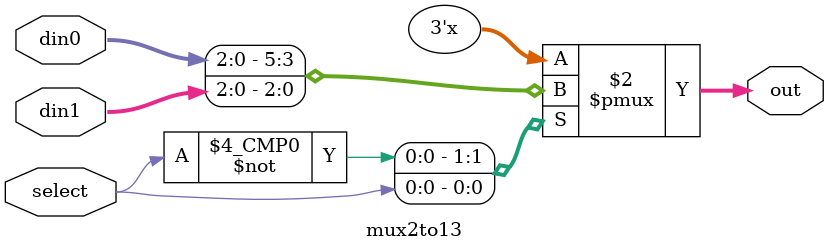
<source format=sv>
module mux2to1(
	input logic select,
	input logic [15:0] din0, din1,
	output logic [15:0] out
);

always_comb
	begin
		unique case (select)
			1'b0: out = din0;
			1'b1: out = din1;
		endcase
	end
	
endmodule

module mux2to13(
	input logic select,
	input logic [2:0] din0, din1,
	output logic [2:0] out
);

always_comb
	begin
		unique case (select)
			1'b0: out = din0;
			1'b1: out = din1;
		endcase
	end
	
endmodule

</source>
